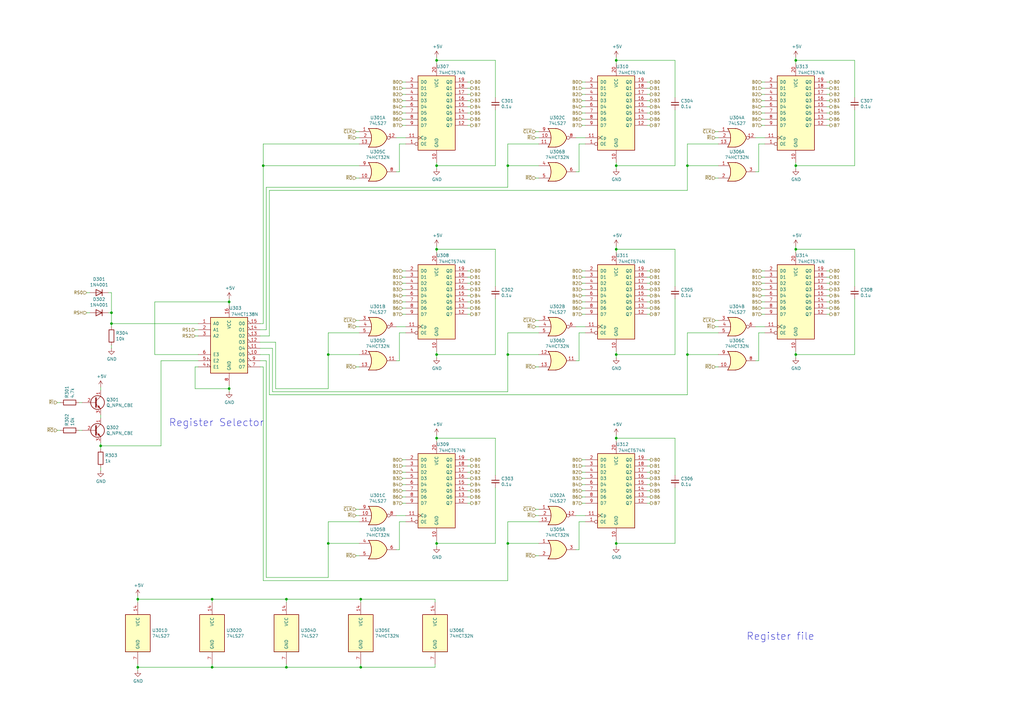
<source format=kicad_sch>
(kicad_sch (version 20211123) (generator eeschema)
  (paper "A3")
  (lib_symbols
    (symbol "74xx:74HCT574" (pin_names (offset 1.016))
      (property "Reference" "U" (at -7.62 16.51 0))
      (property "Value" "74HCT574" (at -7.62 -16.51 0))
      (symbol "74HCT574_1_0"
        (pin input inverted (at -12.7 -12.7 0) (length 5.08) (name "OE") (number "1"))
        (pin power_in line (at 0 -20.32 90) (length 5.08) (name "GND") (number "10"))
        (pin input clock (at -12.7 -10.16 0) (length 5.08) (name "Cp") (number "11"))
        (pin tri_state line (at 12.7 -5.08 180) (length 5.08) (name "Q7") (number "12"))
        (pin tri_state line (at 12.7 -2.54 180) (length 5.08) (name "Q6") (number "13"))
        (pin tri_state line (at 12.7 0 180) (length 5.08) (name "Q5") (number "14"))
        (pin tri_state line (at 12.7 2.54 180) (length 5.08) (name "Q4") (number "15"))
        (pin tri_state line (at 12.7 5.08 180) (length 5.08) (name "Q3") (number "16"))
        (pin tri_state line (at 12.7 7.62 180) (length 5.08) (name "Q2") (number "17"))
        (pin tri_state line (at 12.7 10.16 180) (length 5.08) (name "Q1") (number "18"))
        (pin tri_state line (at 12.7 12.7 180) (length 5.08) (name "Q0") (number "19"))
        (pin input line (at -12.7 12.7 0) (length 5.08) (name "D0") (number "2"))
        (pin power_in line (at 0 20.32 270) (length 5.08) (name "VCC") (number "20"))
        (pin input line (at -12.7 10.16 0) (length 5.08) (name "D1") (number "3"))
        (pin input line (at -12.7 7.62 0) (length 5.08) (name "D2") (number "4"))
        (pin input line (at -12.7 5.08 0) (length 5.08) (name "D3") (number "5"))
        (pin input line (at -12.7 2.54 0) (length 5.08) (name "D4") (number "6"))
        (pin input line (at -12.7 0 0) (length 5.08) (name "D5") (number "7"))
        (pin input line (at -12.7 -2.54 0) (length 5.08) (name "D6") (number "8"))
        (pin input line (at -12.7 -5.08 0) (length 5.08) (name "D7") (number "9"))
      )
    )
    (symbol "74xx:74LS138" (pin_names (offset 1.016))
      (property "Reference" "U" (at -7.62 11.43 0))
      (property "Value" "74LS138" (at -7.62 -13.97 0))
      (symbol "74LS138_1_0"
        (pin input line (at -12.7 7.62 0) (length 5.08) (name "A0") (number "1"))
        (pin output output_low (at 12.7 -5.08 180) (length 5.08) (name "O5") (number "10"))
        (pin output output_low (at 12.7 -2.54 180) (length 5.08) (name "O4") (number "11"))
        (pin output output_low (at 12.7 0 180) (length 5.08) (name "O3") (number "12"))
        (pin output output_low (at 12.7 2.54 180) (length 5.08) (name "O2") (number "13"))
        (pin output output_low (at 12.7 5.08 180) (length 5.08) (name "O1") (number "14"))
        (pin output output_low (at 12.7 7.62 180) (length 5.08) (name "O0") (number "15"))
        (pin power_in line (at 0 15.24 270) (length 5.08) (name "VCC") (number "16"))
        (pin input line (at -12.7 5.08 0) (length 5.08) (name "A1") (number "2"))
        (pin input line (at -12.7 2.54 0) (length 5.08) (name "A2") (number "3"))
        (pin input input_low (at -12.7 -10.16 0) (length 5.08) (name "E1") (number "4"))
        (pin input input_low (at -12.7 -7.62 0) (length 5.08) (name "E2") (number "5"))
        (pin input line (at -12.7 -5.08 0) (length 5.08) (name "E3") (number "6"))
        (pin output output_low (at 12.7 -10.16 180) (length 5.08) (name "O7") (number "7"))
        (pin power_in line (at 0 -17.78 90) (length 5.08) (name "GND") (number "8"))
        (pin output output_low (at 12.7 -7.62 180) (length 5.08) (name "O6") (number "9"))
      )
    )
    (symbol "74xx:74LS27" (pin_names (offset 1.016))
      (property "Reference" "U" (at 0 1.27 0))
      (property "Value" "74LS27" (at 0 -1.27 0))
      (symbol "74LS27_1_1"
        (pin input line (at -7.62 2.54 0) (length 4.318) (name "~") (number "1"))
        (pin output inverted (at 7.62 0 180) (length 3.81) (name "~") (number "12"))
        (pin input line (at -7.62 -2.54 0) (length 4.318) (name "~") (number "13"))
        (pin input line (at -7.62 0 0) (length 4.953) (name "~") (number "2"))
      )
      (symbol "74LS27_1_2"
        (pin input inverted (at -7.62 2.54 0) (length 3.81) (name "~") (number "1"))
        (pin output line (at 7.62 0 180) (length 3.81) (name "~") (number "12"))
        (pin input inverted (at -7.62 -2.54 0) (length 3.81) (name "~") (number "13"))
        (pin input inverted (at -7.62 0 0) (length 3.81) (name "~") (number "2"))
      )
      (symbol "74LS27_2_1"
        (pin input line (at -7.62 2.54 0) (length 4.318) (name "~") (number "3"))
        (pin input line (at -7.62 0 0) (length 4.953) (name "~") (number "4"))
        (pin input line (at -7.62 -2.54 0) (length 4.318) (name "~") (number "5"))
        (pin output inverted (at 7.62 0 180) (length 3.81) (name "~") (number "6"))
      )
      (symbol "74LS27_2_2"
        (pin input inverted (at -7.62 2.54 0) (length 3.81) (name "~") (number "3"))
        (pin input inverted (at -7.62 0 0) (length 3.81) (name "~") (number "4"))
        (pin input inverted (at -7.62 -2.54 0) (length 3.81) (name "~") (number "5"))
        (pin output line (at 7.62 0 180) (length 3.81) (name "~") (number "6"))
      )
      (symbol "74LS27_3_1"
        (pin input line (at -7.62 0 0) (length 4.953) (name "~") (number "10"))
        (pin input line (at -7.62 -2.54 0) (length 4.318) (name "~") (number "11"))
        (pin output inverted (at 7.62 0 180) (length 3.81) (name "~") (number "8"))
        (pin input line (at -7.62 2.54 0) (length 4.318) (name "~") (number "9"))
      )
      (symbol "74LS27_3_2"
        (pin input inverted (at -7.62 0 0) (length 3.81) (name "~") (number "10"))
        (pin input inverted (at -7.62 -2.54 0) (length 3.81) (name "~") (number "11"))
        (pin output line (at 7.62 0 180) (length 3.81) (name "~") (number "8"))
        (pin input inverted (at -7.62 2.54 0) (length 3.81) (name "~") (number "9"))
      )
      (symbol "74LS27_4_0"
        (pin power_in line (at 0 12.7 270) (length 5.08) (name "VCC") (number "14"))
        (pin power_in line (at 0 -12.7 90) (length 5.08) (name "GND") (number "7"))
      )
    )
    (symbol "74xx:74LS32" (pin_names (offset 1.016))
      (property "Reference" "U" (at 0 1.27 0))
      (property "Value" "74LS32" (at 0 -1.27 0))
      (symbol "74LS32_1_1"
        (pin input line (at -7.62 2.54 0) (length 4.318) (name "~") (number "1"))
        (pin input line (at -7.62 -2.54 0) (length 4.318) (name "~") (number "2"))
        (pin output line (at 7.62 0 180) (length 3.81) (name "~") (number "3"))
      )
      (symbol "74LS32_1_2"
        (pin input inverted (at -7.62 2.54 0) (length 3.81) (name "~") (number "1"))
        (pin input inverted (at -7.62 -2.54 0) (length 3.81) (name "~") (number "2"))
        (pin output inverted (at 7.62 0 180) (length 3.81) (name "~") (number "3"))
      )
      (symbol "74LS32_2_1"
        (pin input line (at -7.62 2.54 0) (length 4.318) (name "~") (number "4"))
        (pin input line (at -7.62 -2.54 0) (length 4.318) (name "~") (number "5"))
        (pin output line (at 7.62 0 180) (length 3.81) (name "~") (number "6"))
      )
      (symbol "74LS32_2_2"
        (pin input inverted (at -7.62 2.54 0) (length 3.81) (name "~") (number "4"))
        (pin input inverted (at -7.62 -2.54 0) (length 3.81) (name "~") (number "5"))
        (pin output inverted (at 7.62 0 180) (length 3.81) (name "~") (number "6"))
      )
      (symbol "74LS32_3_1"
        (pin input line (at -7.62 -2.54 0) (length 4.318) (name "~") (number "10"))
        (pin output line (at 7.62 0 180) (length 3.81) (name "~") (number "8"))
        (pin input line (at -7.62 2.54 0) (length 4.318) (name "~") (number "9"))
      )
      (symbol "74LS32_3_2"
        (pin input inverted (at -7.62 -2.54 0) (length 3.81) (name "~") (number "10"))
        (pin output inverted (at 7.62 0 180) (length 3.81) (name "~") (number "8"))
        (pin input inverted (at -7.62 2.54 0) (length 3.81) (name "~") (number "9"))
      )
      (symbol "74LS32_4_1"
        (pin output line (at 7.62 0 180) (length 3.81) (name "~") (number "11"))
        (pin input line (at -7.62 2.54 0) (length 4.318) (name "~") (number "12"))
        (pin input line (at -7.62 -2.54 0) (length 4.318) (name "~") (number "13"))
      )
      (symbol "74LS32_4_2"
        (pin output inverted (at 7.62 0 180) (length 3.81) (name "~") (number "11"))
        (pin input inverted (at -7.62 2.54 0) (length 3.81) (name "~") (number "12"))
        (pin input inverted (at -7.62 -2.54 0) (length 3.81) (name "~") (number "13"))
      )
      (symbol "74LS32_5_0"
        (pin power_in line (at 0 12.7 270) (length 5.08) (name "VCC") (number "14"))
        (pin power_in line (at 0 -12.7 90) (length 5.08) (name "GND") (number "7"))
      )
    )
    (symbol "Breadboard_CPU-rescue:C_Small-Device" (pin_numbers hide) (pin_names (offset 0.254) hide)
      (property "Reference" "C" (at 0.254 1.778 0))
      (property "Value" "C_Small-Device" (at 0.254 -2.032 0))
      (symbol "C_Small-Device_1_1"
        (pin passive line (at 0 2.54 270) (length 2.032) (name "~") (number "1"))
        (pin passive line (at 0 -2.54 90) (length 2.032) (name "~") (number "2"))
      )
    )
    (symbol "Breadboard_CPU-rescue:GND-power" (power) (pin_names (offset 0))
      (property "Value" "GND-power" (at 0 -3.81 0))
      (symbol "GND-power_1_1"
        (pin power_in line (at 0 0 270) (length 0) hide (name "GND") (number "1"))
      )
    )
    (symbol "Breadboard_CPU-rescue:Q_NPN_CBE-Device" (pin_names (offset 0) hide)
      (property "Reference" "Q" (at 5.08 1.27 0))
      (property "Value" "Q_NPN_CBE-Device" (at 5.08 -1.27 0))
      (symbol "Q_NPN_CBE-Device_1_1"
        (pin passive line (at 2.54 5.08 270) (length 2.54) (name "C") (number "1"))
        (pin input line (at -5.08 0 0) (length 5.715) (name "B") (number "2"))
        (pin passive line (at 2.54 -5.08 90) (length 2.54) (name "E") (number "3"))
      )
    )
    (symbol "Breadboard_CPU-rescue:R-Device" (pin_numbers hide) (pin_names (offset 0))
      (property "Reference" "R" (at 2.032 0 90))
      (property "Value" "R-Device" (at 0 0 90))
      (symbol "R-Device_1_1"
        (pin passive line (at 0 3.81 270) (length 1.27) (name "~") (number "1"))
        (pin passive line (at 0 -3.81 90) (length 1.27) (name "~") (number "2"))
      )
    )
    (symbol "Device:D" (pin_numbers hide) (pin_names (offset 1.016) hide)
      (property "Reference" "D" (at 0 2.54 0))
      (property "Value" "D" (at 0 -2.54 0))
      (symbol "D_1_1"
        (pin passive line (at -3.81 0 0) (length 2.54) (name "K") (number "1"))
        (pin passive line (at 3.81 0 180) (length 2.54) (name "A") (number "2"))
      )
    )
    (symbol "Device:R" (pin_numbers hide) (pin_names (offset 0))
      (property "Reference" "R" (at 2.032 0 90))
      (property "Value" "R" (at 0 0 90))
      (symbol "R_1_1"
        (pin passive line (at 0 3.81 270) (length 1.27) (name "~") (number "1"))
        (pin passive line (at 0 -3.81 90) (length 1.27) (name "~") (number "2"))
      )
    )
    (symbol "power:+5V" (power) (pin_names (offset 0))
      (property "Value" "+5V" (at 0 3.556 0))
      (symbol "+5V_1_1"
        (pin power_in line (at 0 0 90) (length 0) hide (name "+5V") (number "1"))
      )
    )
  )
  (junction (at 281.94 67.945))
  (junction (at 252.73 179.705))
  (junction (at 117.475 273.685))
  (junction (at 326.39 145.415))
  (junction (at 252.73 102.235))
  (junction (at 147.955 273.685))
  (junction (at 56.515 273.685))
  (junction (at 252.73 67.945))
  (junction (at 179.07 67.945))
  (junction (at 86.995 273.685))
  (junction (at 179.07 102.235))
  (junction (at 208.28 145.415))
  (junction (at 93.98 123.825))
  (junction (at 208.28 222.885))
  (junction (at 86.995 245.745))
  (junction (at 252.73 222.885))
  (junction (at 147.955 245.745))
  (junction (at 252.73 24.765))
  (junction (at 179.07 222.885))
  (junction (at 107.95 67.945))
  (junction (at 252.73 145.415))
  (junction (at 41.275 182.88))
  (junction (at 45.72 128.27))
  (junction (at 45.72 132.715))
  (junction (at 179.07 179.705))
  (junction (at 134.62 222.885))
  (junction (at 208.28 67.945))
  (junction (at 93.98 159.385))
  (junction (at 117.475 245.745))
  (junction (at 326.39 67.945))
  (junction (at 56.515 245.745))
  (junction (at 179.07 24.765))
  (junction (at 326.39 102.235))
  (junction (at 134.62 145.415))
  (junction (at 179.07 145.415))
  (junction (at 281.94 145.415))
  (junction (at 326.39 24.765))
  (wire (pts (xy 312.42 126.365) (xy 313.69 126.365)))
  (wire (pts (xy 110.49 78.105) (xy 281.94 78.105)))
  (wire (pts (xy 339.09 38.735) (xy 340.36 38.735)))
  (wire (pts (xy 208.28 238.125) (xy 208.28 222.885)))
  (wire (pts (xy 110.49 137.795) (xy 110.49 78.105)))
  (wire (pts (xy 312.42 46.355) (xy 313.69 46.355)))
  (wire (pts (xy 32.385 165.1) (xy 33.655 165.1)))
  (wire (pts (xy 265.43 191.135) (xy 266.7 191.135)))
  (wire (pts (xy 238.76 191.135) (xy 240.03 191.135)))
  (wire (pts (xy 350.52 67.945) (xy 350.52 45.085)))
  (wire (pts (xy 203.2 102.235) (xy 179.07 102.235)))
  (wire (pts (xy 312.42 33.655) (xy 313.69 33.655)))
  (wire (pts (xy 238.76 203.835) (xy 240.03 203.835)))
  (wire (pts (xy 311.15 59.055) (xy 313.69 59.055)))
  (wire (pts (xy 236.22 70.485) (xy 237.49 70.485)))
  (wire (pts (xy 238.76 51.435) (xy 240.03 51.435)))
  (wire (pts (xy 208.28 145.415) (xy 220.98 145.415)))
  (wire (pts (xy 326.39 67.945) (xy 326.39 66.675)))
  (wire (pts (xy 309.88 70.485) (xy 311.15 70.485)))
  (wire (pts (xy 326.39 145.415) (xy 350.52 145.415)))
  (wire (pts (xy 86.995 245.745) (xy 117.475 245.745)))
  (wire (pts (xy 165.1 43.815) (xy 166.37 43.815)))
  (wire (pts (xy 147.955 245.745) (xy 178.435 245.745)))
  (wire (pts (xy 252.73 24.765) (xy 252.73 26.035)))
  (wire (pts (xy 238.76 41.275) (xy 240.03 41.275)))
  (wire (pts (xy 208.28 67.945) (xy 220.98 67.945)))
  (wire (pts (xy 326.39 102.235) (xy 326.39 103.505)))
  (wire (pts (xy 41.275 182.88) (xy 41.275 181.61)))
  (wire (pts (xy 146.05 53.975) (xy 147.32 53.975)))
  (wire (pts (xy 219.71 53.975) (xy 220.98 53.975)))
  (wire (pts (xy 238.76 33.655) (xy 240.03 33.655)))
  (wire (pts (xy 309.88 133.985) (xy 313.69 133.985)))
  (wire (pts (xy 340.36 128.905) (xy 339.09 128.905)))
  (wire (pts (xy 80.01 135.255) (xy 81.28 135.255)))
  (wire (pts (xy 179.07 178.435) (xy 179.07 179.705)))
  (wire (pts (xy 309.88 147.955) (xy 311.15 147.955)))
  (wire (pts (xy 293.37 53.975) (xy 294.64 53.975)))
  (wire (pts (xy 36.83 128.27) (xy 35.56 128.27)))
  (wire (pts (xy 252.73 222.885) (xy 252.73 221.615)))
  (wire (pts (xy 340.36 111.125) (xy 339.09 111.125)))
  (wire (pts (xy 165.1 193.675) (xy 166.37 193.675)))
  (wire (pts (xy 266.7 203.835) (xy 265.43 203.835)))
  (wire (pts (xy 146.05 227.965) (xy 147.32 227.965)))
  (wire (pts (xy 203.2 40.005) (xy 203.2 24.765)))
  (wire (pts (xy 252.73 178.435) (xy 252.73 179.705)))
  (wire (pts (xy 193.04 201.295) (xy 191.77 201.295)))
  (wire (pts (xy 165.1 46.355) (xy 166.37 46.355)))
  (wire (pts (xy 163.83 147.955) (xy 163.83 136.525)))
  (wire (pts (xy 219.71 56.515) (xy 220.98 56.515)))
  (wire (pts (xy 266.7 33.655) (xy 265.43 33.655)))
  (wire (pts (xy 80.01 137.795) (xy 81.28 137.795)))
  (wire (pts (xy 146.05 56.515) (xy 147.32 56.515)))
  (wire (pts (xy 238.76 118.745) (xy 240.03 118.745)))
  (wire (pts (xy 35.56 120.015) (xy 36.83 120.015)))
  (wire (pts (xy 41.275 171.45) (xy 41.275 170.18)))
  (wire (pts (xy 266.7 51.435) (xy 265.43 51.435)))
  (wire (pts (xy 238.76 126.365) (xy 240.03 126.365)))
  (wire (pts (xy 266.7 206.375) (xy 265.43 206.375)))
  (wire (pts (xy 165.1 118.745) (xy 166.37 118.745)))
  (wire (pts (xy 134.62 136.525) (xy 147.32 136.525)))
  (wire (pts (xy 56.515 273.685) (xy 86.995 273.685)))
  (wire (pts (xy 276.86 67.945) (xy 276.86 45.085)))
  (wire (pts (xy 312.42 36.195) (xy 313.69 36.195)))
  (wire (pts (xy 146.05 150.495) (xy 147.32 150.495)))
  (wire (pts (xy 265.43 113.665) (xy 266.7 113.665)))
  (wire (pts (xy 45.72 142.875) (xy 45.72 141.605)))
  (wire (pts (xy 312.42 41.275) (xy 313.69 41.275)))
  (wire (pts (xy 165.1 126.365) (xy 166.37 126.365)))
  (wire (pts (xy 41.275 158.75) (xy 41.275 160.02)))
  (wire (pts (xy 281.94 136.525) (xy 294.64 136.525)))
  (wire (pts (xy 276.86 194.945) (xy 276.86 179.705)))
  (wire (pts (xy 63.5 123.825) (xy 93.98 123.825)))
  (wire (pts (xy 237.49 59.055) (xy 240.03 59.055)))
  (wire (pts (xy 265.43 193.675) (xy 266.7 193.675)))
  (wire (pts (xy 110.49 145.415) (xy 110.49 161.925)))
  (wire (pts (xy 193.04 188.595) (xy 191.77 188.595)))
  (wire (pts (xy 237.49 213.995) (xy 240.03 213.995)))
  (wire (pts (xy 312.42 118.745) (xy 313.69 118.745)))
  (wire (pts (xy 179.07 145.415) (xy 203.2 145.415)))
  (wire (pts (xy 238.76 188.595) (xy 240.03 188.595)))
  (wire (pts (xy 339.09 36.195) (xy 340.36 36.195)))
  (wire (pts (xy 163.83 70.485) (xy 163.83 59.055)))
  (wire (pts (xy 340.36 126.365) (xy 339.09 126.365)))
  (wire (pts (xy 165.1 123.825) (xy 166.37 123.825)))
  (wire (pts (xy 179.07 102.235) (xy 179.07 103.505)))
  (wire (pts (xy 266.7 123.825) (xy 265.43 123.825)))
  (wire (pts (xy 219.71 131.445) (xy 220.98 131.445)))
  (wire (pts (xy 252.73 67.945) (xy 252.73 66.675)))
  (wire (pts (xy 276.86 102.235) (xy 252.73 102.235)))
  (wire (pts (xy 238.76 113.665) (xy 240.03 113.665)))
  (wire (pts (xy 165.1 128.905) (xy 166.37 128.905)))
  (wire (pts (xy 56.515 273.685) (xy 56.515 272.415)))
  (wire (pts (xy 147.955 273.685) (xy 178.435 273.685)))
  (wire (pts (xy 93.98 159.385) (xy 93.98 160.655)))
  (wire (pts (xy 340.36 33.655) (xy 339.09 33.655)))
  (wire (pts (xy 208.28 76.835) (xy 208.28 67.945)))
  (wire (pts (xy 146.05 131.445) (xy 147.32 131.445)))
  (wire (pts (xy 236.22 56.515) (xy 240.03 56.515)))
  (wire (pts (xy 193.04 203.835) (xy 191.77 203.835)))
  (wire (pts (xy 80.01 159.385) (xy 93.98 159.385)))
  (wire (pts (xy 350.52 24.765) (xy 326.39 24.765)))
  (wire (pts (xy 312.42 128.905) (xy 313.69 128.905)))
  (wire (pts (xy 179.07 145.415) (xy 179.07 144.145)))
  (wire (pts (xy 56.515 273.685) (xy 56.515 274.955)))
  (wire (pts (xy 208.28 67.945) (xy 208.28 59.055)))
  (wire (pts (xy -85.09 290.195) (xy -83.82 290.195)))
  (wire (pts (xy 252.73 224.155) (xy 252.73 222.885)))
  (wire (pts (xy 162.56 225.425) (xy 163.83 225.425)))
  (wire (pts (xy 266.7 43.815) (xy 265.43 43.815)))
  (wire (pts (xy 266.7 121.285) (xy 265.43 121.285)))
  (wire (pts (xy 41.275 182.88) (xy 66.04 182.88)))
  (wire (pts (xy 312.42 116.205) (xy 313.69 116.205)))
  (wire (pts (xy 203.2 194.945) (xy 203.2 179.705)))
  (wire (pts (xy 41.275 193.04) (xy 41.275 191.77)))
  (wire (pts (xy 203.2 67.945) (xy 203.2 45.085)))
  (wire (pts (xy 106.68 140.335) (xy 113.03 140.335)))
  (wire (pts (xy 193.04 33.655) (xy 191.77 33.655)))
  (wire (pts (xy 293.37 56.515) (xy 294.64 56.515)))
  (wire (pts (xy 238.76 48.895) (xy 240.03 48.895)))
  (wire (pts (xy 134.62 213.995) (xy 147.32 213.995)))
  (wire (pts (xy 203.2 179.705) (xy 179.07 179.705)))
  (wire (pts (xy 238.76 206.375) (xy 240.03 206.375)))
  (wire (pts (xy 193.04 123.825) (xy 191.77 123.825)))
  (wire (pts (xy 276.86 179.705) (xy 252.73 179.705)))
  (wire (pts (xy 165.1 116.205) (xy 166.37 116.205)))
  (wire (pts (xy 236.22 225.425) (xy 237.49 225.425)))
  (wire (pts (xy 113.03 140.335) (xy 113.03 159.385)))
  (wire (pts (xy 312.42 51.435) (xy 313.69 51.435)))
  (wire (pts (xy 203.2 24.765) (xy 179.07 24.765)))
  (wire (pts (xy 326.39 100.965) (xy 326.39 102.235)))
  (wire (pts (xy 312.42 48.895) (xy 313.69 48.895)))
  (wire (pts (xy 266.7 188.595) (xy 265.43 188.595)))
  (wire (pts (xy 203.2 117.475) (xy 203.2 102.235)))
  (wire (pts (xy 193.04 43.815) (xy 191.77 43.815)))
  (wire (pts (xy 340.36 46.355) (xy 339.09 46.355)))
  (wire (pts (xy 312.42 43.815) (xy 313.69 43.815)))
  (wire (pts (xy 56.515 245.745) (xy 56.515 247.015)))
  (wire (pts (xy 326.39 146.685) (xy 326.39 145.415)))
  (wire (pts (xy 238.76 111.125) (xy 240.03 111.125)))
  (wire (pts (xy 294.64 59.055) (xy 281.94 59.055)))
  (wire (pts (xy 238.76 201.295) (xy 240.03 201.295)))
  (wire (pts (xy 107.95 59.055) (xy 147.32 59.055)))
  (wire (pts (xy 312.42 111.125) (xy 313.69 111.125)))
  (wire (pts (xy 191.77 191.135) (xy 193.04 191.135)))
  (wire (pts (xy 165.1 188.595) (xy 166.37 188.595)))
  (wire (pts (xy 252.73 67.945) (xy 276.86 67.945)))
  (wire (pts (xy 340.36 121.285) (xy 339.09 121.285)))
  (wire (pts (xy 326.39 69.215) (xy 326.39 67.945)))
  (wire (pts (xy 66.04 147.955) (xy 81.28 147.955)))
  (wire (pts (xy 134.62 145.415) (xy 147.32 145.415)))
  (wire (pts (xy 193.04 198.755) (xy 191.77 198.755)))
  (wire (pts (xy 219.71 208.915) (xy 220.98 208.915)))
  (wire (pts (xy 238.76 123.825) (xy 240.03 123.825)))
  (wire (pts (xy 276.86 40.005) (xy 276.86 24.765)))
  (wire (pts (xy 162.56 133.985) (xy 166.37 133.985)))
  (wire (pts (xy 45.72 128.27) (xy 45.72 132.715)))
  (wire (pts (xy 265.43 41.275) (xy 266.7 41.275)))
  (wire (pts (xy 219.71 227.965) (xy 220.98 227.965)))
  (wire (pts (xy 193.04 128.905) (xy 191.77 128.905)))
  (wire (pts (xy 179.07 67.945) (xy 203.2 67.945)))
  (wire (pts (xy 191.77 41.275) (xy 193.04 41.275)))
  (wire (pts (xy 110.49 161.925) (xy 281.94 161.925)))
  (wire (pts (xy 265.43 38.735) (xy 266.7 38.735)))
  (wire (pts (xy 266.7 111.125) (xy 265.43 111.125)))
  (wire (pts (xy 165.1 41.275) (xy 166.37 41.275)))
  (wire (pts (xy 165.1 206.375) (xy 166.37 206.375)))
  (wire (pts (xy 208.28 136.525) (xy 220.98 136.525)))
  (wire (pts (xy 326.39 23.495) (xy 326.39 24.765)))
  (wire (pts (xy 111.76 142.875) (xy 111.76 160.655)))
  (wire (pts (xy 191.77 118.745) (xy 193.04 118.745)))
  (wire (pts (xy 281.94 78.105) (xy 281.94 67.945)))
  (wire (pts (xy 191.77 196.215) (xy 193.04 196.215)))
  (wire (pts (xy 63.5 145.415) (xy 63.5 123.825)))
  (wire (pts (xy 191.77 193.675) (xy 193.04 193.675)))
  (wire (pts (xy 293.37 150.495) (xy 294.64 150.495)))
  (wire (pts (xy 165.1 48.895) (xy 166.37 48.895)))
  (wire (pts (xy 252.73 69.215) (xy 252.73 67.945)))
  (wire (pts (xy 162.56 211.455) (xy 166.37 211.455)))
  (wire (pts (xy 193.04 206.375) (xy 191.77 206.375)))
  (wire (pts (xy 165.1 198.755) (xy 166.37 198.755)))
  (wire (pts (xy 179.07 67.945) (xy 179.07 66.675)))
  (wire (pts (xy 111.76 160.655) (xy 208.28 160.655)))
  (wire (pts (xy 107.95 67.945) (xy 147.32 67.945)))
  (wire (pts (xy 293.37 73.025) (xy 294.64 73.025)))
  (wire (pts (xy 208.28 222.885) (xy 208.28 213.995)))
  (wire (pts (xy 179.07 69.215) (xy 179.07 67.945)))
  (wire (pts (xy 66.04 182.88) (xy 66.04 147.955)))
  (wire (pts (xy 312.42 38.735) (xy 313.69 38.735)))
  (wire (pts (xy 265.43 116.205) (xy 266.7 116.205)))
  (wire (pts (xy 266.7 201.295) (xy 265.43 201.295)))
  (wire (pts (xy 238.76 116.205) (xy 240.03 116.205)))
  (wire (pts (xy 162.56 56.515) (xy 166.37 56.515)))
  (wire (pts (xy 236.22 211.455) (xy 240.03 211.455)))
  (wire (pts (xy 339.09 116.205) (xy 340.36 116.205)))
  (wire (pts (xy 193.04 121.285) (xy 191.77 121.285)))
  (wire (pts (xy 86.995 273.685) (xy 117.475 273.685)))
  (wire (pts (xy 326.39 145.415) (xy 326.39 144.145)))
  (wire (pts (xy 146.05 133.985) (xy 147.32 133.985)))
  (wire (pts (xy 134.62 222.885) (xy 134.62 213.995)))
  (wire (pts (xy 147.955 273.685) (xy 147.955 272.415)))
  (wire (pts (xy 266.7 198.755) (xy 265.43 198.755)))
  (wire (pts (xy 165.1 201.295) (xy 166.37 201.295)))
  (wire (pts (xy 266.7 48.895) (xy 265.43 48.895)))
  (wire (pts (xy 219.71 133.985) (xy 220.98 133.985)))
  (wire (pts (xy 113.03 159.385) (xy 134.62 159.385)))
  (wire (pts (xy 252.73 179.705) (xy 252.73 180.975)))
  (wire (pts (xy 276.86 222.885) (xy 276.86 200.025)))
  (wire (pts (xy 193.04 46.355) (xy 191.77 46.355)))
  (wire (pts (xy 238.76 196.215) (xy 240.03 196.215)))
  (wire (pts (xy 146.05 73.025) (xy 147.32 73.025)))
  (wire (pts (xy 86.995 245.745) (xy 86.995 247.015)))
  (wire (pts (xy 208.28 222.885) (xy 220.98 222.885)))
  (wire (pts (xy 134.62 222.885) (xy 147.32 222.885)))
  (wire (pts (xy 281.94 161.925) (xy 281.94 145.415)))
  (wire (pts (xy 179.07 23.495) (xy 179.07 24.765)))
  (wire (pts (xy 45.72 132.715) (xy 45.72 133.985)))
  (wire (pts (xy 266.7 128.905) (xy 265.43 128.905)))
  (wire (pts (xy 311.15 136.525) (xy 313.69 136.525)))
  (wire (pts (xy 32.385 176.53) (xy 33.655 176.53)))
  (wire (pts (xy 252.73 222.885) (xy 276.86 222.885)))
  (wire (pts (xy 238.76 46.355) (xy 240.03 46.355)))
  (wire (pts (xy 312.42 123.825) (xy 313.69 123.825)))
  (wire (pts (xy 109.22 76.835) (xy 208.28 76.835)))
  (wire (pts (xy 165.1 51.435) (xy 166.37 51.435)))
  (wire (pts (xy 339.09 118.745) (xy 340.36 118.745)))
  (wire (pts (xy 45.72 120.015) (xy 44.45 120.015)))
  (wire (pts (xy 106.68 135.255) (xy 109.22 135.255)))
  (wire (pts (xy 238.76 43.815) (xy 240.03 43.815)))
  (wire (pts (xy 93.98 123.825) (xy 93.98 122.555)))
  (wire (pts (xy 252.73 100.965) (xy 252.73 102.235)))
  (wire (pts (xy 276.86 145.415) (xy 276.86 122.555)))
  (wire (pts (xy 162.56 70.485) (xy 163.83 70.485)))
  (wire (pts (xy 109.22 147.955) (xy 109.22 236.855)))
  (wire (pts (xy 252.73 146.685) (xy 252.73 145.415)))
  (wire (pts (xy 265.43 118.745) (xy 266.7 118.745)))
  (wire (pts (xy 238.76 128.905) (xy 240.03 128.905)))
  (wire (pts (xy 193.04 48.895) (xy 191.77 48.895)))
  (wire (pts (xy 106.68 147.955) (xy 109.22 147.955)))
  (wire (pts (xy 219.71 211.455) (xy 220.98 211.455)))
  (wire (pts (xy 252.73 23.495) (xy 252.73 24.765)))
  (wire (pts (xy 41.275 184.15) (xy 41.275 182.88)))
  (wire (pts (xy 109.22 135.255) (xy 109.22 76.835)))
  (wire (pts (xy 117.475 245.745) (xy 147.955 245.745)))
  (wire (pts (xy 165.1 196.215) (xy 166.37 196.215)))
  (wire (pts (xy 81.28 150.495) (xy 80.01 150.495)))
  (wire (pts (xy 179.07 100.965) (xy 179.07 102.235)))
  (wire (pts (xy 45.72 128.27) (xy 45.72 120.015)))
  (wire (pts (xy 293.37 133.985) (xy 294.64 133.985)))
  (wire (pts (xy 203.2 222.885) (xy 203.2 200.025)))
  (wire (pts (xy 252.73 145.415) (xy 252.73 144.145)))
  (wire (pts (xy 293.37 131.445) (xy 294.64 131.445)))
  (wire (pts (xy 107.95 67.945) (xy 107.95 59.055)))
  (wire (pts (xy 117.475 273.685) (xy 147.955 273.685)))
  (wire (pts (xy 86.995 273.685) (xy 86.995 272.415)))
  (wire (pts (xy 165.1 203.835) (xy 166.37 203.835)))
  (wire (pts (xy 162.56 147.955) (xy 163.83 147.955)))
  (wire (pts (xy 311.15 70.485) (xy 311.15 59.055)))
  (wire (pts (xy 191.77 38.735) (xy 193.04 38.735)))
  (wire (pts (xy 237.49 136.525) (xy 240.03 136.525)))
  (wire (pts (xy 238.76 121.285) (xy 240.03 121.285)))
  (wire (pts (xy 237.49 225.425) (xy 237.49 213.995)))
  (wire (pts (xy 219.71 150.495) (xy 220.98 150.495)))
  (wire (pts (xy 193.04 126.365) (xy 191.77 126.365)))
  (wire (pts (xy 350.52 102.235) (xy 326.39 102.235)))
  (wire (pts (xy 106.68 137.795) (xy 110.49 137.795)))
  (wire (pts (xy 191.77 113.665) (xy 193.04 113.665)))
  (wire (pts (xy 80.01 150.495) (xy 80.01 159.385)))
  (wire (pts (xy 134.62 159.385) (xy 134.62 145.415)))
  (wire (pts (xy 350.52 145.415) (xy 350.52 122.555)))
  (wire (pts (xy 219.71 73.025) (xy 220.98 73.025)))
  (wire (pts (xy 163.83 213.995) (xy 166.37 213.995)))
  (wire (pts (xy 208.28 145.415) (xy 208.28 136.525)))
  (wire (pts (xy 326.39 67.945) (xy 350.52 67.945)))
  (wire (pts (xy 276.86 117.475) (xy 276.86 102.235)))
  (wire (pts (xy 109.22 236.855) (xy 134.62 236.855)))
  (wire (pts (xy 165.1 111.125) (xy 166.37 111.125)))
  (wire (pts (xy 163.83 59.055) (xy 166.37 59.055)))
  (wire (pts (xy 163.83 225.425) (xy 163.83 213.995)))
  (wire (pts (xy 165.1 36.195) (xy 166.37 36.195)))
  (wire (pts (xy 311.15 147.955) (xy 311.15 136.525)))
  (wire (pts (xy 339.09 113.665) (xy 340.36 113.665)))
  (wire (pts (xy 23.495 165.1) (xy 24.765 165.1)))
  (wire (pts (xy 252.73 145.415) (xy 276.86 145.415)))
  (wire (pts (xy 236.22 133.985) (xy 240.03 133.985)))
  (wire (pts (xy 312.42 113.665) (xy 313.69 113.665)))
  (wire (pts (xy 266.7 126.365) (xy 265.43 126.365)))
  (wire (pts (xy 266.7 46.355) (xy 265.43 46.355)))
  (wire (pts (xy 238.76 198.755) (xy 240.03 198.755)))
  (wire (pts (xy 178.435 245.745) (xy 178.435 247.015)))
  (wire (pts (xy 193.04 51.435) (xy 191.77 51.435)))
  (wire (pts (xy 208.28 160.655) (xy 208.28 145.415)))
  (wire (pts (xy 179.07 24.765) (xy 179.07 26.035)))
  (wire (pts (xy 134.62 145.415) (xy 134.62 136.525)))
  (wire (pts (xy 179.07 222.885) (xy 179.07 221.615)))
  (wire (pts (xy 340.36 43.815) (xy 339.09 43.815)))
  (wire (pts (xy 208.28 213.995) (xy 220.98 213.995)))
  (wire (pts (xy 24.765 176.53) (xy 23.495 176.53)))
  (wire (pts (xy 340.36 48.895) (xy 339.09 48.895)))
  (wire (pts (xy 193.04 111.125) (xy 191.77 111.125)))
  (wire (pts (xy 117.475 245.745) (xy 117.475 247.015)))
  (wire (pts (xy 326.39 24.765) (xy 326.39 26.035)))
  (wire (pts (xy 281.94 59.055) (xy 281.94 67.945)))
  (wire (pts (xy 93.98 158.115) (xy 93.98 159.385)))
  (wire (pts (xy 339.09 41.275) (xy 340.36 41.275)))
  (wire (pts (xy 146.05 208.915) (xy 147.32 208.915)))
  (wire (pts (xy 56.515 245.745) (xy 86.995 245.745)))
  (wire (pts (xy 147.955 245.745) (xy 147.955 247.015)))
  (wire (pts (xy 178.435 273.685) (xy 178.435 272.415)))
  (wire (pts (xy 179.07 222.885) (xy 203.2 222.885)))
  (wire (pts (xy 107.95 132.715) (xy 107.95 67.945)))
  (wire (pts (xy 312.42 121.285) (xy 313.69 121.285)))
  (wire (pts (xy 265.43 196.215) (xy 266.7 196.215)))
  (wire (pts (xy 44.45 128.27) (xy 45.72 128.27)))
  (wire (pts (xy 238.76 36.195) (xy 240.03 36.195)))
  (wire (pts (xy 252.73 102.235) (xy 252.73 103.505)))
  (wire (pts (xy 81.28 145.415) (xy 63.5 145.415)))
  (wire (pts (xy 238.76 38.735) (xy 240.03 38.735)))
  (wire (pts (xy 45.72 132.715) (xy 81.28 132.715)))
  (wire (pts (xy 165.1 113.665) (xy 166.37 113.665)))
  (wire (pts (xy 107.95 238.125) (xy 208.28 238.125)))
  (wire (pts (xy 191.77 36.195) (xy 193.04 36.195)))
  (wire (pts (xy 265.43 36.195) (xy 266.7 36.195)))
  (wire (pts (xy 163.83 136.525) (xy 166.37 136.525)))
  (wire (pts (xy 106.68 145.415) (xy 110.49 145.415)))
  (wire (pts (xy 350.52 117.475) (xy 350.52 102.235)))
  (wire (pts (xy 146.05 211.455) (xy 147.32 211.455)))
  (wire (pts (xy 117.475 273.685) (xy 117.475 272.415)))
  (wire (pts (xy 281.94 145.415) (xy 294.64 145.415)))
  (wire (pts (xy 350.52 40.005) (xy 350.52 24.765)))
  (wire (pts (xy 179.07 146.685) (xy 179.07 145.415)))
  (wire (pts (xy 238.76 193.675) (xy 240.03 193.675)))
  (wire (pts (xy 208.28 59.055) (xy 220.98 59.055)))
  (wire (pts (xy 165.1 38.735) (xy 166.37 38.735)))
  (wire (pts (xy 106.68 142.875) (xy 111.76 142.875)))
  (wire (pts (xy 56.515 245.745) (xy 56.515 244.475)))
  (wire (pts (xy 179.07 224.155) (xy 179.07 222.885)))
  (wire (pts (xy 134.62 236.855) (xy 134.62 222.885)))
  (wire (pts (xy 281.94 145.415) (xy 281.94 136.525)))
  (wire (pts (xy 191.77 116.205) (xy 193.04 116.205)))
  (wire (pts (xy 165.1 121.285) (xy 166.37 121.285)))
  (wire (pts (xy 203.2 145.415) (xy 203.2 122.555)))
  (wire (pts (xy 93.98 123.825) (xy 93.98 125.095)))
  (wire (pts (xy 276.86 24.765) (xy 252.73 24.765)))
  (wire (pts (xy 340.36 123.825) (xy 339.09 123.825)))
  (wire (pts (xy 236.22 147.955) (xy 237.49 147.955)))
  (wire (pts (xy 309.88 56.515) (xy 313.69 56.515)))
  (wire (pts (xy 107.95 150.495) (xy 107.95 238.125)))
  (wire (pts (xy 340.36 51.435) (xy 339.09 51.435)))
  (wire (pts (xy 106.68 132.715) (xy 107.95 132.715)))
  (wire (pts (xy 106.68 150.495) (xy 107.95 150.495)))
  (wire (pts (xy 237.49 70.485) (xy 237.49 59.055)))
  (wire (pts (xy 179.07 179.705) (xy 179.07 180.975)))
  (wire (pts (xy 165.1 33.655) (xy 166.37 33.655)))
  (wire (pts (xy 165.1 191.135) (xy 166.37 191.135)))
  (wire (pts (xy 281.94 67.945) (xy 294.64 67.945)))
  (wire (pts (xy 237.49 147.955) (xy 237.49 136.525)))
  (text "Register file" (at 306.07 262.89 0) (effects (font (size 2.9972 2.9972)) (justify left bottom)))
  (text "Register Selector" (at 69.215 175.26 0) (effects (font (size 2.9972 2.9972)) (justify left bottom)))
  (hierarchical_label "B1" (shape input) (at 165.1 113.665 180))
  (hierarchical_label "B1" (shape output) (at 266.7 113.665 0))
  (hierarchical_label "~{CLK}" (shape input) (at 146.05 53.975 180))
  (hierarchical_label "B7" (shape output) (at 266.7 206.375 0))
  (hierarchical_label "B3" (shape input) (at 165.1 118.745 180))
  (hierarchical_label "B3" (shape output) (at 193.04 118.745 0))
  (hierarchical_label "B0" (shape output) (at 340.36 111.125 0))
  (hierarchical_label "RS2" (shape input) (at 80.01 137.795 180))
  (hierarchical_label "B5" (shape input) (at 312.42 123.825 180))
  (hierarchical_label "B3" (shape input) (at 312.42 41.275 180))
  (hierarchical_label "B6" (shape input) (at 238.76 126.365 180))
  (hierarchical_label "B3" (shape input) (at 238.76 196.215 180))
  (hierarchical_label "B2" (shape input) (at 165.1 116.205 180))
  (hierarchical_label "~{RO}" (shape input) (at 146.05 150.495 180))
  (hierarchical_label "B3" (shape output) (at 266.7 41.275 0))
  (hierarchical_label "~{RI}" (shape input) (at 219.71 211.455 180))
  (hierarchical_label "B0" (shape output) (at 266.7 33.655 0))
  (hierarchical_label "B7" (shape input) (at 165.1 51.435 180))
  (hierarchical_label "B6" (shape output) (at 193.04 203.835 0))
  (hierarchical_label "~{RO}" (shape input) (at 293.37 150.495 180))
  (hierarchical_label "~{CLK}" (shape input) (at 146.05 131.445 180))
  (hierarchical_label "~{CLK}" (shape input) (at 146.05 208.915 180))
  (hierarchical_label "~{RI}" (shape input) (at 146.05 133.985 180))
  (hierarchical_label "B0" (shape output) (at 193.04 33.655 0))
  (hierarchical_label "B5" (shape input) (at 238.76 201.295 180))
  (hierarchical_label "~{RO}" (shape input) (at 219.71 73.025 180))
  (hierarchical_label "RSH" (shape input) (at 35.56 128.27 180))
  (hierarchical_label "B0" (shape input) (at 165.1 33.655 180))
  (hierarchical_label "B1" (shape output) (at 266.7 36.195 0))
  (hierarchical_label "B1" (shape input) (at 165.1 191.135 180))
  (hierarchical_label "~{CLK}" (shape input) (at 219.71 53.975 180))
  (hierarchical_label "B3" (shape output) (at 340.36 118.745 0))
  (hierarchical_label "~{CLK}" (shape input) (at 219.71 208.915 180))
  (hierarchical_label "B2" (shape output) (at 193.04 38.735 0))
  (hierarchical_label "B2" (shape input) (at 165.1 193.675 180))
  (hierarchical_label "~{RI}" (shape input) (at 219.71 133.985 180))
  (hierarchical_label "B1" (shape output) (at 266.7 191.135 0))
  (hierarchical_label "B6" (shape input) (at 312.42 48.895 180))
  (hierarchical_label "B4" (shape input) (at 238.76 121.285 180))
  (hierarchical_label "B2" (shape input) (at 312.42 38.735 180))
  (hierarchical_label "B1" (shape input) (at 165.1 36.195 180))
  (hierarchical_label "B4" (shape output) (at 266.7 43.815 0))
  (hierarchical_label "B7" (shape input) (at 165.1 206.375 180))
  (hierarchical_label "B0" (shape input) (at 165.1 111.125 180))
  (hierarchical_label "B6" (shape input) (at 312.42 126.365 180))
  (hierarchical_label "~{RI}" (shape input) (at 146.05 211.455 180))
  (hierarchical_label "B4" (shape input) (at 165.1 43.815 180))
  (hierarchical_label "B3" (shape output) (at 193.04 41.275 0))
  (hierarchical_label "B0" (shape input) (at 165.1 188.595 180))
  (hierarchical_label "B5" (shape output) (at 193.04 201.295 0))
  (hierarchical_label "B3" (shape input) (at 165.1 41.275 180))
  (hierarchical_label "~{RI}" (shape input) (at 219.71 56.515 180))
  (hierarchical_label "~{RO}" (shape input) (at 293.37 73.025 180))
  (hierarchical_label "~{RO}" (shape input) (at 219.71 150.495 180))
  (hierarchical_label "B5" (shape output) (at 266.7 201.295 0))
  (hierarchical_label "B7" (shape input) (at 312.42 51.435 180))
  (hierarchical_label "B7" (shape input) (at 238.76 206.375 180))
  (hierarchical_label "B6" (shape input) (at 165.1 126.365 180))
  (hierarchical_label "B1" (shape output) (at 193.04 113.665 0))
  (hierarchical_label "~{RI}" (shape input) (at 293.37 133.985 180))
  (hierarchical_label "B5" (shape input) (at 238.76 123.825 180))
  (hierarchical_label "B5" (shape input) (at 165.1 46.355 180))
  (hierarchical_label "B6" (shape output) (at 340.36 48.895 0))
  (hierarchical_label "B6" (shape output) (at 193.04 126.365 0))
  (hierarchical_label "B0" (shape output) (at 193.04 111.125 0))
  (hierarchical_label "B1" (shape output) (at 193.04 36.195 0))
  (hierarchical_label "B7" (shape input) (at 238.76 128.905 180))
  (hierarchical_label "B5" (shape output) (at 266.7 46.355 0))
  (hierarchical_label "B2" (shape input) (at 238.76 38.735 180))
  (hierarchical_label "B1" (shape input) (at 238.76 113.665 180))
  (hierarchical_label "B4" (shape output) (at 193.04 121.285 0))
  (hierarchical_label "B3" (shape input) (at 165.1 196.215 180))
  (hierarchical_label "B5" (shape output) (at 193.04 123.825 0))
  (hierarchical_label "B6" (shape output) (at 266.7 203.835 0))
  (hierarchical_label "B3" (shape output) (at 266.7 196.215 0))
  (hierarchical_label "~{RI}" (shape input) (at 146.05 56.515 180))
  (hierarchical_label "B0" (shape input) (at 312.42 33.655 180))
  (hierarchical_label "~{RO}" (shape input) (at 146.05 227.965 180))
  (hierarchical_label "B5" (shape output) (at 266.7 123.825 0))
  (hierarchical_label "B5" (shape output) (at 193.04 46.355 0))
  (hierarchical_label "B1" (shape output) (at 340.36 113.665 0))
  (hierarchical_label "B2" (shape output) (at 266.7 116.205 0))
  (hierarchical_label "B4" (shape input) (at 312.42 121.285 180))
  (hierarchical_label "~{RO}" (shape input) (at 219.71 227.965 180))
  (hierarchical_label "B5" (shape input) (at 165.1 201.295 180))
  (hierarchical_label "RS1" (shape input) (at 80.01 135.255 180))
  (hierarchical_label "B2" (shape output) (at 266.7 193.675 0))
  (hierarchical_label "B3" (shape input) (at 238.76 41.275 180))
  (hierarchical_label "B4" (shape output) (at 193.04 43.815 0))
  (hierarchical_label "B2" (shape output) (at 340.36 116.205 0))
  (hierarchical_label "B4" (shape input) (at 165.1 198.755 180))
  (hierarchical_label "B0" (shape output) (at 266.7 188.595 0))
  (hierarchical_label "B5" (shape input) (at 165.1 123.825 180))
  (hierarchical_label "B7" (shape input) (at 165.1 128.905 180))
  (hierarchical_label "B4" (shape output) (at 193.04 198.755 0))
  (hierarchical_label "B7" (shape output) (at 266.7 128.905 0))
  (hierarchical_label "B1" (shape input) (at 238.76 191.135 180))
  (hierarchical_label "B2" (shape output) (at 193.04 193.675 0))
  (hierarchical_label "B1" (shape input) (at 312.42 36.195 180))
  (hierarchical_label "B1" (shape output) (at 193.04 191.135 0))
  (hierarchical_label "B4" (shape input) (at 312.42 43.815 180))
  (hierarchical_label "B7" (shape output) (at 340.36 51.435 0))
  (hierarchical_label "B6" (shape input) (at 165.1 203.835 180))
  (hierarchical_label "B6" (shape output) (at 266.7 48.895 0))
  (hierarchical_label "B7" (shape output) (at 193.04 51.435 0))
  (hierarchical_label "B7" (shape output) (at 193.04 206.375 0))
  (hierarchical_label "~{RI}" (shape input) (at 23.495 165.1 180))
  (hierarchical_label "B0" (shape output) (at 193.04 188.595 0))
  (hierarchical_label "~{RO}" (shape input) (at 23.495 176.53 180))
  (hierarchical_label "B3" (shape input) (at 312.42 118.745 180))
  (hierarchical_label "B6" (shape input) (at 165.1 48.895 180))
  (hierarchical_label "B2" (shape input) (at 238.76 193.675 180))
  (hierarchical_label "B0" (shape input) (at 312.42 111.125 180))
  (hierarchical_label "B4" (shape output) (at 266.7 121.285 0))
  (hierarchical_label "B4" (shape output) (at 266.7 198.755 0))
  (hierarchical_label "B5" (shape input) (at 238.76 46.355 180))
  (hierarchical_label "B1" (shape output) (at 340.36 36.195 0))
  (hierarchical_label "~{CLK}" (shape input) (at 293.37 53.975 180))
  (hierarchical_label "~{CLK}" (shape input) (at 219.71 131.445 180))
  (hierarchical_label "B6" (shape output) (at 340.36 126.365 0))
  (hierarchical_label "B2" (shape input) (at 238.76 116.205 180))
  (hierarchical_label "B1" (shape input) (at 312.42 113.665 180))
  (hierarchical_label "B2" (shape output) (at 266.7 38.735 0))
  (hierarchical_label "B4" (shape output) (at 340.36 121.285 0))
  (hierarchical_label "~{RI}" (shape input) (at 293.37 56.515 180))
  (hierarchical_label "B0" (shape input) (at 238.76 111.125 180))
  (hierarchical_label "B3" (shape output) (at 266.7 118.745 0))
  (hierarchical_label "B4" (shape output) (at 340.36 43.815 0))
  (hierarchical_label "~{RO}" (shape input) (at 146.05 73.025 180))
  (hierarchical_label "B2" (shape input) (at 312.42 116.205 180))
  (hierarchical_label "B3" (shape output) (at 193.04 196.215 0))
  (hierarchical_label "B2" (shape output) (at 340.36 38.735 0))
  (hierarchical_label "B6" (shape output) (at 266.7 126.365 0))
  (hierarchical_label "B5" (shape output) (at 340.36 46.355 0))
  (hierarchical_label "B7" (shape output) (at 193.04 128.905 0))
  (hierarchical_label "B7" (shape input) (at 312.42 128.905 180))
  (hierarchical_label "B4" (shape input) (at 165.1 121.285 180))
  (hierarchical_label "B0" (shape output) (at 266.7 111.125 0))
  (hierarchical_label "B4" (shape input) (at 238.76 198.755 180))
  (hierarchical_label "~{CLK}" (shape input) (at 293.37 131.445 180))
  (hierarchical_label "B6" (shape input) (at 238.76 203.835 180))
  (hierarchical_label "B3" (shape input) (at 238.76 118.745 180))
  (hierarchical_label "B5" (shape input) (at 312.42 46.355 180))
  (hierarchical_label "B1" (shape input) (at 238.76 36.195 180))
  (hierarchical_label "B3" (shape output) (at 340.36 41.275 0))
  (hierarchical_label "RS0" (shape input) (at 35.56 120.015 180))
  (hierarchical_label "B6" (shape output) (at 193.04 48.895 0))
  (hierarchical_label "B7" (shape input) (at 238.76 51.435 180))
  (hierarchical_label "B0" (shape output) (at 340.36 33.655 0))
  (hierarchical_label "B5" (shape output) (at 340.36 123.825 0))
  (hierarchical_label "B7" (shape output) (at 340.36 128.905 0))
  (hierarchical_label "B2" (shape output) (at 193.04 116.205 0))
  (hierarchical_label "B2" (shape input) (at 165.1 38.735 180))
  (hierarchical_label "B6" (shape input) (at 238.76 48.895 180))
  (hierarchical_label "B0" (shape input) (at 238.76 33.655 180))
  (hierarchical_label "B0" (shape input) (at 238.76 188.595 180))
  (hierarchical_label "B4" (shape input) (at 238.76 43.815 180))
  (hierarchical_label "B7" (shape output) (at 266.7 51.435 0))
  (symbol (lib_id "74xx:74HCT574") (at 179.07 46.355 0) (unit 1)
    (property "Reference" "U307" (at 181.61 27.305 0))
    (property "Value" "74HCT574N" (at 185.42 29.845 0))
    (property "Datasheet" "http://www.ti.com/lit/gpn/sn74HCT574" (effects hide))
  )
  (symbol (lib_id "Breadboard_CPU-rescue:GND-power") (at 179.07 69.215 0) (unit 1)
    (property "Reference" "#PWR0309" (effects hide))
    (property "Value" "GND" (at 179.197 73.6092 0))
  )
  (symbol (lib_id "74xx:74LS138") (at 93.98 140.335 0) (unit 1)
    (property "Reference" "U303" (at 96.52 126.365 0))
    (property "Value" "74HCT138N" (at 100.33 128.905 0))
    (property "Datasheet" "http://www.ti.com/lit/gpn/sn74LS138" (effects hide))
  )
  (symbol (lib_id "Breadboard_CPU-rescue:C_Small-Device") (at 203.2 42.545 0) (unit 1)
    (property "Reference" "C301" (at 205.5368 41.3766 0) (effects (justify left)))
    (property "Value" "0.1u" (at 205.5368 43.688 0) (effects (justify left)))
  )
  (symbol (lib_id "74xx:74HCT574") (at 252.73 46.355 0) (unit 1)
    (property "Reference" "U310" (at 255.27 27.305 0))
    (property "Value" "74HCT574N" (at 259.08 29.845 0))
    (property "Datasheet" "http://www.ti.com/lit/gpn/sn74HCT574" (effects hide))
  )
  (symbol (lib_id "Breadboard_CPU-rescue:GND-power") (at 252.73 69.215 0) (unit 1)
    (property "Reference" "#PWR0315" (effects hide))
    (property "Value" "GND" (at 252.857 73.6092 0))
  )
  (symbol (lib_id "Breadboard_CPU-rescue:C_Small-Device") (at 276.86 42.545 0) (unit 1)
    (property "Reference" "C304" (at 279.1968 41.3766 0) (effects (justify left)))
    (property "Value" "0.1u" (at 279.1968 43.688 0) (effects (justify left)))
  )
  (symbol (lib_id "74xx:74HCT574") (at 179.07 123.825 0) (unit 1)
    (property "Reference" "U308" (at 181.61 104.775 0))
    (property "Value" "74HCT574N" (at 185.42 107.315 0))
    (property "Datasheet" "http://www.ti.com/lit/gpn/sn74HCT574" (effects hide))
  )
  (symbol (lib_id "Breadboard_CPU-rescue:GND-power") (at 179.07 146.685 0) (unit 1)
    (property "Reference" "#PWR0311" (effects hide))
    (property "Value" "GND" (at 179.197 151.0792 0))
  )
  (symbol (lib_id "Breadboard_CPU-rescue:C_Small-Device") (at 203.2 120.015 0) (unit 1)
    (property "Reference" "C302" (at 205.5368 118.8466 0) (effects (justify left)))
    (property "Value" "0.1u" (at 205.5368 121.158 0) (effects (justify left)))
  )
  (symbol (lib_id "74xx:74HCT574") (at 252.73 123.825 0) (unit 1)
    (property "Reference" "U311" (at 255.27 104.775 0))
    (property "Value" "74HCT574N" (at 259.08 107.315 0))
    (property "Datasheet" "http://www.ti.com/lit/gpn/sn74HCT574" (effects hide))
  )
  (symbol (lib_id "Breadboard_CPU-rescue:GND-power") (at 252.73 146.685 0) (unit 1)
    (property "Reference" "#PWR0317" (effects hide))
    (property "Value" "GND" (at 252.857 151.0792 0))
  )
  (symbol (lib_id "Breadboard_CPU-rescue:C_Small-Device") (at 276.86 120.015 0) (unit 1)
    (property "Reference" "C305" (at 279.1968 118.8466 0) (effects (justify left)))
    (property "Value" "0.1u" (at 279.1968 121.158 0) (effects (justify left)))
  )
  (symbol (lib_id "74xx:74HCT574") (at 326.39 46.355 0) (unit 1)
    (property "Reference" "U313" (at 328.93 27.305 0))
    (property "Value" "74HCT574N" (at 332.74 29.845 0))
    (property "Datasheet" "http://www.ti.com/lit/gpn/sn74HCT574" (effects hide))
  )
  (symbol (lib_id "Breadboard_CPU-rescue:GND-power") (at 326.39 69.215 0) (unit 1)
    (property "Reference" "#PWR0321" (effects hide))
    (property "Value" "GND" (at 326.517 73.6092 0))
  )
  (symbol (lib_id "Breadboard_CPU-rescue:C_Small-Device") (at 350.52 42.545 0) (unit 1)
    (property "Reference" "C307" (at 352.8568 41.3766 0) (effects (justify left)))
    (property "Value" "0.1u" (at 352.8568 43.688 0) (effects (justify left)))
  )
  (symbol (lib_id "74xx:74HCT574") (at 326.39 123.825 0) (unit 1)
    (property "Reference" "U314" (at 328.93 104.775 0))
    (property "Value" "74HCT574N" (at 332.74 107.315 0))
    (property "Datasheet" "http://www.ti.com/lit/gpn/sn74HCT574" (effects hide))
  )
  (symbol (lib_id "Breadboard_CPU-rescue:GND-power") (at 326.39 146.685 0) (unit 1)
    (property "Reference" "#PWR0323" (effects hide))
    (property "Value" "GND" (at 326.517 151.0792 0))
  )
  (symbol (lib_id "Breadboard_CPU-rescue:C_Small-Device") (at 350.52 120.015 0) (unit 1)
    (property "Reference" "C308" (at 352.8568 118.8466 0) (effects (justify left)))
    (property "Value" "0.1u" (at 352.8568 121.158 0) (effects (justify left)))
  )
  (symbol (lib_id "74xx:74HCT574") (at 179.07 201.295 0) (unit 1)
    (property "Reference" "U309" (at 181.61 182.245 0))
    (property "Value" "74HCT574N" (at 185.42 184.785 0))
    (property "Datasheet" "http://www.ti.com/lit/gpn/sn74HCT574" (effects hide))
  )
  (symbol (lib_id "Breadboard_CPU-rescue:GND-power") (at 179.07 224.155 0) (unit 1)
    (property "Reference" "#PWR0313" (effects hide))
    (property "Value" "GND" (at 179.197 228.5492 0))
  )
  (symbol (lib_id "Breadboard_CPU-rescue:C_Small-Device") (at 203.2 197.485 0) (unit 1)
    (property "Reference" "C303" (at 205.5368 196.3166 0) (effects (justify left)))
    (property "Value" "0.1u" (at 205.5368 198.628 0) (effects (justify left)))
  )
  (symbol (lib_id "74xx:74HCT574") (at 252.73 201.295 0) (unit 1)
    (property "Reference" "U312" (at 255.27 182.245 0))
    (property "Value" "74HCT574N" (at 259.08 184.785 0))
    (property "Datasheet" "http://www.ti.com/lit/gpn/sn74HCT574" (effects hide))
  )
  (symbol (lib_id "Breadboard_CPU-rescue:GND-power") (at 252.73 224.155 0) (unit 1)
    (property "Reference" "#PWR0319" (effects hide))
    (property "Value" "GND" (at 252.857 228.5492 0))
  )
  (symbol (lib_id "Breadboard_CPU-rescue:C_Small-Device") (at 276.86 197.485 0) (unit 1)
    (property "Reference" "C306" (at 279.1968 196.3166 0) (effects (justify left)))
    (property "Value" "0.1u" (at 279.1968 198.628 0) (effects (justify left)))
  )
  (symbol (lib_id "74xx:74LS32") (at 302.26 70.485 0) (unit 1)
    (property "Reference" "U306" (at 302.26 62.23 0))
    (property "Value" "74HCT32N" (at 302.26 64.5414 0))
    (property "Datasheet" "http://www.ti.com/lit/gpn/sn74LS32" (effects hide))
  )
  (symbol (lib_id "74xx:74LS32") (at 228.6 70.485 0) (unit 2)
    (property "Reference" "U306" (at 228.6 62.23 0))
    (property "Value" "74HCT32N" (at 228.6 64.5414 0))
    (property "Datasheet" "http://www.ti.com/lit/gpn/sn74LS32" (effects hide))
  )
  (symbol (lib_id "74xx:74LS32") (at 154.94 70.485 0) (unit 3)
    (property "Reference" "U305" (at 154.94 62.23 0))
    (property "Value" "74HCT32N" (at 154.94 64.5414 0))
    (property "Datasheet" "http://www.ti.com/lit/gpn/sn74LS32" (effects hide))
  )
  (symbol (lib_id "74xx:74LS32") (at 154.94 147.955 0) (unit 4)
    (property "Reference" "U305" (at 154.94 139.7 0))
    (property "Value" "74HCT32N" (at 154.94 142.0114 0))
    (property "Datasheet" "http://www.ti.com/lit/gpn/sn74LS32" (effects hide))
  )
  (symbol (lib_id "74xx:74LS32") (at 147.955 259.715 0) (unit 5)
    (property "Reference" "U305" (at 153.797 258.5466 0) (effects (justify left)))
    (property "Value" "74HCT32N" (at 153.797 260.858 0) (effects (justify left)))
    (property "Datasheet" "http://www.ti.com/lit/gpn/sn74LS32" (effects hide))
  )
  (symbol (lib_id "74xx:74LS32") (at 228.6 225.425 0) (unit 1)
    (property "Reference" "U305" (at 228.6 217.17 0))
    (property "Value" "74HCT32N" (at 228.6 219.4814 0))
    (property "Datasheet" "http://www.ti.com/lit/gpn/sn74LS32" (effects hide))
  )
  (symbol (lib_id "74xx:74LS32") (at 154.94 225.425 0) (unit 2)
    (property "Reference" "U305" (at 154.94 217.17 0))
    (property "Value" "74HCT32N" (at 154.94 219.4814 0))
    (property "Datasheet" "http://www.ti.com/lit/gpn/sn74LS32" (effects hide))
  )
  (symbol (lib_id "74xx:74LS32") (at 302.26 147.955 0) (unit 3)
    (property "Reference" "U306" (at 302.26 139.7 0))
    (property "Value" "74HCT32N" (at 302.26 142.0114 0))
    (property "Datasheet" "http://www.ti.com/lit/gpn/sn74LS32" (effects hide))
  )
  (symbol (lib_id "74xx:74LS32") (at 228.6 147.955 0) (unit 4)
    (property "Reference" "U306" (at 228.6 139.7 0))
    (property "Value" "74HCT32N" (at 228.6 142.0114 0))
    (property "Datasheet" "http://www.ti.com/lit/gpn/sn74LS32" (effects hide))
  )
  (symbol (lib_id "74xx:74LS32") (at 178.435 259.715 0) (unit 5)
    (property "Reference" "U306" (at 184.277 258.5466 0) (effects (justify left)))
    (property "Value" "74HCT32N" (at 184.277 260.858 0) (effects (justify left)))
    (property "Datasheet" "http://www.ti.com/lit/gpn/sn74LS32" (effects hide))
  )
  (symbol (lib_id "74xx:74LS27") (at 302.26 56.515 0) (unit 1)
    (property "Reference" "U304" (at 302.26 48.26 0))
    (property "Value" "74LS27" (at 302.26 50.5714 0))
    (property "Datasheet" "http://www.ti.com/lit/gpn/sn74LS27" (effects hide))
  )
  (symbol (lib_id "74xx:74LS27") (at 302.26 133.985 0) (unit 2)
    (property "Reference" "U304" (at 302.26 125.73 0))
    (property "Value" "74LS27" (at 302.26 128.0414 0))
    (property "Datasheet" "http://www.ti.com/lit/gpn/sn74LS27" (effects hide))
  )
  (symbol (lib_id "74xx:74LS27") (at 228.6 56.515 0) (unit 3)
    (property "Reference" "U302" (at 228.6 48.26 0))
    (property "Value" "74LS27" (at 228.6 50.5714 0))
    (property "Datasheet" "http://www.ti.com/lit/gpn/sn74LS27" (effects hide))
  )
  (symbol (lib_id "74xx:74LS27") (at 56.515 259.715 0) (unit 4)
    (property "Reference" "U301" (at 62.357 258.5466 0) (effects (justify left)))
    (property "Value" "74LS27" (at 62.357 260.858 0) (effects (justify left)))
    (property "Datasheet" "http://www.ti.com/lit/gpn/sn74LS27" (effects hide))
  )
  (symbol (lib_id "74xx:74LS27") (at 86.995 259.715 0) (unit 4)
    (property "Reference" "U302" (at 92.837 258.5466 0) (effects (justify left)))
    (property "Value" "74LS27" (at 92.837 260.858 0) (effects (justify left)))
    (property "Datasheet" "http://www.ti.com/lit/gpn/sn74LS27" (effects hide))
  )
  (symbol (lib_id "74xx:74LS27") (at 117.475 259.715 0) (unit 4)
    (property "Reference" "U304" (at 123.317 258.5466 0) (effects (justify left)))
    (property "Value" "74LS27" (at 123.317 260.858 0) (effects (justify left)))
    (property "Datasheet" "http://www.ti.com/lit/gpn/sn74LS27" (effects hide))
  )
  (symbol (lib_id "74xx:74LS27") (at 228.6 211.455 0) (unit 1)
    (property "Reference" "U302" (at 228.6 203.2 0))
    (property "Value" "74LS27" (at 228.6 205.5114 0))
    (property "Datasheet" "http://www.ti.com/lit/gpn/sn74LS27" (effects hide))
  )
  (symbol (lib_id "74xx:74LS27") (at 228.6 133.985 0) (unit 2)
    (property "Reference" "U302" (at 228.6 125.73 0))
    (property "Value" "74LS27" (at 228.6 128.0414 0))
    (property "Datasheet" "http://www.ti.com/lit/gpn/sn74LS27" (effects hide))
  )
  (symbol (lib_id "74xx:74LS27") (at 154.94 211.455 0) (unit 3)
    (property "Reference" "U301" (at 154.94 203.2 0))
    (property "Value" "74LS27" (at 154.94 205.5114 0))
    (property "Datasheet" "http://www.ti.com/lit/gpn/sn74LS27" (effects hide))
  )
  (symbol (lib_id "74xx:74LS27") (at 154.94 56.515 0) (unit 1)
    (property "Reference" "U301" (at 154.94 48.26 0))
    (property "Value" "74LS27" (at 154.94 50.5714 0))
    (property "Datasheet" "http://www.ti.com/lit/gpn/sn74LS27" (effects hide))
  )
  (symbol (lib_id "74xx:74LS27") (at 154.94 133.985 0) (unit 2)
    (property "Reference" "U301" (at 154.94 125.73 0))
    (property "Value" "74LS27" (at 154.94 128.0414 0))
    (property "Datasheet" "http://www.ti.com/lit/gpn/sn74LS27" (effects hide))
  )
  (symbol (lib_id "Breadboard_CPU-rescue:GND-power") (at 93.98 160.655 0) (unit 1)
    (property "Reference" "#PWR0307" (effects hide))
    (property "Value" "GND" (at 94.107 165.0492 0))
  )
  (symbol (lib_id "Breadboard_CPU-rescue:GND-power") (at 56.515 274.955 0) (unit 1)
    (property "Reference" "#PWR0305" (effects hide))
    (property "Value" "GND" (at 56.642 279.3492 0))
  )
  (symbol (lib_id "Device:D") (at 40.64 120.015 180) (unit 1)
    (property "Reference" "D301" (at 40.64 114.5032 0))
    (property "Value" "1N4001" (at 40.64 116.8146 0))
    (property "Footprint" "Diode_THT:D_DO-41_SOD81_P10.16mm_Horizontal" (effects hide))
    (property "Datasheet" "http://www.vishay.com/docs/88503/1n4001.pdf" (effects hide))
  )
  (symbol (lib_id "Device:D") (at 40.64 128.27 180) (unit 1)
    (property "Reference" "D302" (at 40.64 122.7582 0))
    (property "Value" "1N4001" (at 40.64 125.0696 0))
    (property "Footprint" "Diode_THT:D_DO-41_SOD81_P10.16mm_Horizontal" (effects hide))
    (property "Datasheet" "http://www.vishay.com/docs/88503/1n4001.pdf" (effects hide))
  )
  (symbol (lib_id "Breadboard_CPU-rescue:GND-power") (at 41.275 193.04 0) (unit 1)
    (property "Reference" "#PWR0302" (effects hide))
    (property "Value" "GND" (at 41.402 197.4342 0))
  )
  (symbol (lib_id "Breadboard_CPU-rescue:R-Device") (at 28.575 165.1 90) (unit 1)
    (property "Reference" "R301" (at 27.4066 163.322 0) (effects (justify left)))
    (property "Value" "4.7k" (at 29.718 163.322 0) (effects (justify left)))
  )
  (symbol (lib_id "Breadboard_CPU-rescue:R-Device") (at 28.575 176.53 90) (unit 1)
    (property "Reference" "R302" (at 27.4066 174.752 0) (effects (justify left)))
    (property "Value" "10k" (at 29.718 174.752 0) (effects (justify left)))
  )
  (symbol (lib_id "Breadboard_CPU-rescue:R-Device") (at 41.275 187.96 0) (unit 1)
    (property "Reference" "R303" (at 43.053 186.7916 0) (effects (justify left)))
    (property "Value" "1k" (at 43.053 189.103 0) (effects (justify left)))
  )
  (symbol (lib_id "Breadboard_CPU-rescue:Q_NPN_CBE-Device") (at 38.735 176.53 0) (unit 1)
    (property "Reference" "Q302" (at 43.5864 175.3616 0) (effects (justify left)))
    (property "Value" "Q_NPN_CBE" (at 43.5864 177.673 0) (effects (justify left)))
  )
  (symbol (lib_id "Breadboard_CPU-rescue:Q_NPN_CBE-Device") (at 38.735 165.1 0) (unit 1)
    (property "Reference" "Q301" (at 43.5864 163.9316 0) (effects (justify left)))
    (property "Value" "Q_NPN_CBE" (at 43.5864 166.243 0) (effects (justify left)))
  )
  (symbol (lib_id "power:+5V") (at 41.275 158.75 0) (unit 1)
    (property "Reference" "#PWR0301" (effects hide))
    (property "Value" "+5V" (at 41.656 154.3558 0))
  )
  (symbol (lib_id "Breadboard_CPU-rescue:GND-power") (at 45.72 142.875 0) (unit 1)
    (property "Reference" "#PWR0303" (effects hide))
    (property "Value" "GND" (at 45.847 147.2692 0))
  )
  (symbol (lib_id "Device:R") (at 45.72 137.795 0) (unit 1)
    (property "Reference" "R304" (at 47.498 136.6266 0) (effects (justify left)))
    (property "Value" "10k" (at 47.498 138.938 0) (effects (justify left)))
  )
  (symbol (lib_id "power:+5V") (at 179.07 23.495 0) (unit 1)
    (property "Reference" "#PWR0308" (effects hide))
    (property "Value" "+5V" (at 179.451 19.1008 0))
  )
  (symbol (lib_id "power:+5V") (at 252.73 23.495 0) (unit 1)
    (property "Reference" "#PWR0314" (effects hide))
    (property "Value" "+5V" (at 253.111 19.1008 0))
  )
  (symbol (lib_id "power:+5V") (at 326.39 23.495 0) (unit 1)
    (property "Reference" "#PWR0320" (effects hide))
    (property "Value" "+5V" (at 326.771 19.1008 0))
  )
  (symbol (lib_id "power:+5V") (at 56.515 244.475 0) (unit 1)
    (property "Reference" "#PWR0304" (effects hide))
    (property "Value" "+5V" (at 56.896 240.0808 0))
  )
  (symbol (lib_id "power:+5V") (at 252.73 178.435 0) (unit 1)
    (property "Reference" "#PWR0318" (effects hide))
    (property "Value" "+5V" (at 253.111 174.0408 0))
  )
  (symbol (lib_id "power:+5V") (at 179.07 178.435 0) (unit 1)
    (property "Reference" "#PWR0312" (effects hide))
    (property "Value" "+5V" (at 179.451 174.0408 0))
  )
  (symbol (lib_id "power:+5V") (at 179.07 100.965 0) (unit 1)
    (property "Reference" "#PWR0310" (effects hide))
    (property "Value" "+5V" (at 179.451 96.5708 0))
  )
  (symbol (lib_id "power:+5V") (at 252.73 100.965 0) (unit 1)
    (property "Reference" "#PWR0316" (effects hide))
    (property "Value" "+5V" (at 253.111 96.5708 0))
  )
  (symbol (lib_id "power:+5V") (at 326.39 100.965 0) (unit 1)
    (property "Reference" "#PWR0322" (effects hide))
    (property "Value" "+5V" (at 326.771 96.5708 0))
  )
  (symbol (lib_id "power:+5V") (at 93.98 122.555 0) (unit 1)
    (property "Reference" "#PWR0306" (effects hide))
    (property "Value" "+5V" (at 94.361 118.1608 0))
  )
)
</source>
